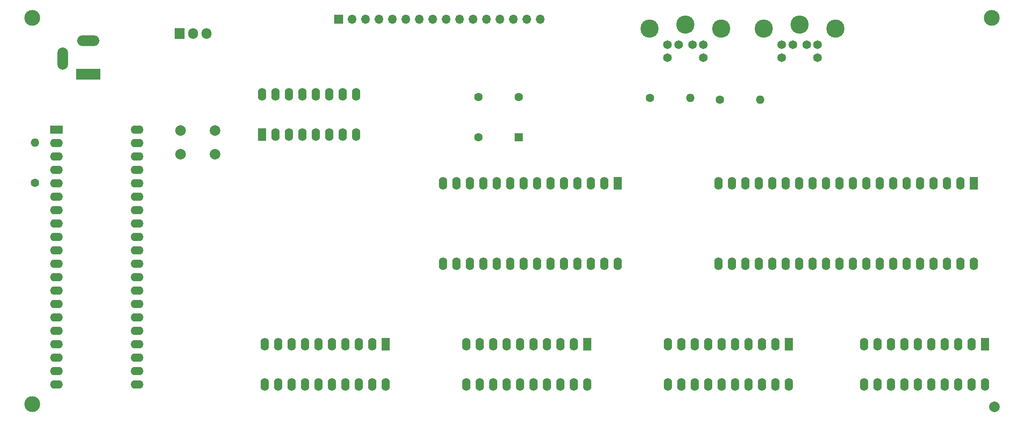
<source format=gbr>
%TF.GenerationSoftware,KiCad,Pcbnew,(6.0.5)*%
%TF.CreationDate,2022-09-15T01:10:35+02:00*%
%TF.ProjectId,65816 computer,36353831-3620-4636-9f6d-70757465722e,rev?*%
%TF.SameCoordinates,Original*%
%TF.FileFunction,Soldermask,Bot*%
%TF.FilePolarity,Negative*%
%FSLAX46Y46*%
G04 Gerber Fmt 4.6, Leading zero omitted, Abs format (unit mm)*
G04 Created by KiCad (PCBNEW (6.0.5)) date 2022-09-15 01:10:35*
%MOMM*%
%LPD*%
G01*
G04 APERTURE LIST*
%ADD10R,1.600000X2.400000*%
%ADD11O,1.600000X2.400000*%
%ADD12R,4.600000X2.000000*%
%ADD13O,4.200000X2.000000*%
%ADD14O,2.000000X4.200000*%
%ADD15C,2.000000*%
%ADD16C,3.000000*%
%ADD17C,1.600000*%
%ADD18O,1.600000X1.600000*%
%ADD19R,2.400000X1.600000*%
%ADD20O,2.400000X1.600000*%
%ADD21R,1.600000X1.600000*%
%ADD22C,1.650000*%
%ADD23C,3.450000*%
%ADD24R,1.700000X1.700000*%
%ADD25O,1.700000X1.700000*%
%ADD26R,1.905000X2.000000*%
%ADD27O,1.905000X2.000000*%
G04 APERTURE END LIST*
D10*
%TO.C,U10*%
X71882000Y-67564000D03*
D11*
X74422000Y-67564000D03*
X76962000Y-67564000D03*
X79502000Y-67564000D03*
X82042000Y-67564000D03*
X84582000Y-67564000D03*
X87122000Y-67564000D03*
X89662000Y-67564000D03*
X89662000Y-59944000D03*
X87122000Y-59944000D03*
X84582000Y-59944000D03*
X82042000Y-59944000D03*
X79502000Y-59944000D03*
X76962000Y-59944000D03*
X74422000Y-59944000D03*
X71882000Y-59944000D03*
%TD*%
D12*
%TO.C,J1*%
X39004000Y-56134000D03*
D13*
X39004000Y-49834000D03*
D14*
X34204000Y-53234000D03*
%TD*%
D15*
%TO.C,SW1*%
X56440000Y-66838000D03*
X62940000Y-66838000D03*
X56440000Y-71338000D03*
X62940000Y-71338000D03*
%TD*%
D10*
%TO.C,U4*%
X133345000Y-107325000D03*
D11*
X130805000Y-107325000D03*
X128265000Y-107325000D03*
X125725000Y-107325000D03*
X123185000Y-107325000D03*
X120645000Y-107325000D03*
X118105000Y-107325000D03*
X115565000Y-107325000D03*
X113025000Y-107325000D03*
X110485000Y-107325000D03*
X110485000Y-114945000D03*
X113025000Y-114945000D03*
X115565000Y-114945000D03*
X118105000Y-114945000D03*
X120645000Y-114945000D03*
X123185000Y-114945000D03*
X125725000Y-114945000D03*
X128265000Y-114945000D03*
X130805000Y-114945000D03*
X133345000Y-114945000D03*
%TD*%
D16*
%TO.C,REF\u002A\u002A*%
X209804000Y-45466000D03*
X209804000Y-45466000D03*
%TD*%
D17*
%TO.C,R2*%
X158422559Y-60960000D03*
D18*
X166042559Y-60960000D03*
%TD*%
D10*
%TO.C,U8*%
X95245000Y-107325000D03*
D11*
X92705000Y-107325000D03*
X90165000Y-107325000D03*
X87625000Y-107325000D03*
X85085000Y-107325000D03*
X82545000Y-107325000D03*
X80005000Y-107325000D03*
X77465000Y-107325000D03*
X74925000Y-107325000D03*
X72385000Y-107325000D03*
X72385000Y-114945000D03*
X74925000Y-114945000D03*
X77465000Y-114945000D03*
X80005000Y-114945000D03*
X82545000Y-114945000D03*
X85085000Y-114945000D03*
X87625000Y-114945000D03*
X90165000Y-114945000D03*
X92705000Y-114945000D03*
X95245000Y-114945000D03*
%TD*%
D10*
%TO.C,U12*%
X208502480Y-107325000D03*
D11*
X205962480Y-107325000D03*
X203422480Y-107325000D03*
X200882480Y-107325000D03*
X198342480Y-107325000D03*
X195802480Y-107325000D03*
X193262480Y-107325000D03*
X190722480Y-107325000D03*
X188182480Y-107325000D03*
X185642480Y-107325000D03*
X185642480Y-114945000D03*
X188182480Y-114945000D03*
X190722480Y-114945000D03*
X193262480Y-114945000D03*
X195802480Y-114945000D03*
X198342480Y-114945000D03*
X200882480Y-114945000D03*
X203422480Y-114945000D03*
X205962480Y-114945000D03*
X208502480Y-114945000D03*
%TD*%
D19*
%TO.C,U6*%
X33015000Y-66680000D03*
D20*
X33015000Y-69220000D03*
X33015000Y-71760000D03*
X33015000Y-74300000D03*
X33015000Y-76840000D03*
X33015000Y-79380000D03*
X33015000Y-81920000D03*
X33015000Y-84460000D03*
X33015000Y-87000000D03*
X33015000Y-89540000D03*
X33015000Y-92080000D03*
X33015000Y-94620000D03*
X33015000Y-97160000D03*
X33015000Y-99700000D03*
X33015000Y-102240000D03*
X33015000Y-104780000D03*
X33015000Y-107320000D03*
X33015000Y-109860000D03*
X33015000Y-112400000D03*
X33015000Y-114940000D03*
X48255000Y-114940000D03*
X48255000Y-112400000D03*
X48255000Y-109860000D03*
X48255000Y-107320000D03*
X48255000Y-104780000D03*
X48255000Y-102240000D03*
X48255000Y-99700000D03*
X48255000Y-97160000D03*
X48255000Y-94620000D03*
X48255000Y-92080000D03*
X48255000Y-89540000D03*
X48255000Y-87000000D03*
X48255000Y-84460000D03*
X48255000Y-81920000D03*
X48255000Y-79380000D03*
X48255000Y-76840000D03*
X48255000Y-74300000D03*
X48255000Y-71760000D03*
X48255000Y-69220000D03*
X48255000Y-66680000D03*
%TD*%
D16*
%TO.C,REF\u002A\u002A*%
X28448000Y-45466000D03*
X28448000Y-45466000D03*
%TD*%
D10*
%TO.C,U7*%
X206370000Y-76830000D03*
D11*
X203830000Y-76830000D03*
X201290000Y-76830000D03*
X198750000Y-76830000D03*
X196210000Y-76830000D03*
X193670000Y-76830000D03*
X191130000Y-76830000D03*
X188590000Y-76830000D03*
X186050000Y-76830000D03*
X183510000Y-76830000D03*
X180970000Y-76830000D03*
X178430000Y-76830000D03*
X175890000Y-76830000D03*
X173350000Y-76830000D03*
X170810000Y-76830000D03*
X168270000Y-76830000D03*
X165730000Y-76830000D03*
X163190000Y-76830000D03*
X160650000Y-76830000D03*
X158110000Y-76830000D03*
X158110000Y-92070000D03*
X160650000Y-92070000D03*
X163190000Y-92070000D03*
X165730000Y-92070000D03*
X168270000Y-92070000D03*
X170810000Y-92070000D03*
X173350000Y-92070000D03*
X175890000Y-92070000D03*
X178430000Y-92070000D03*
X180970000Y-92070000D03*
X183510000Y-92070000D03*
X186050000Y-92070000D03*
X188590000Y-92070000D03*
X191130000Y-92070000D03*
X193670000Y-92070000D03*
X196210000Y-92070000D03*
X198750000Y-92070000D03*
X201290000Y-92070000D03*
X203830000Y-92070000D03*
X206370000Y-92070000D03*
%TD*%
D21*
%TO.C,X1*%
X120396000Y-68072000D03*
D17*
X120396000Y-60452000D03*
X112776000Y-60452000D03*
X112776000Y-68072000D03*
%TD*%
D22*
%TO.C,J2*%
X172182000Y-50564000D03*
X174782000Y-50564000D03*
X170082000Y-50564000D03*
X176882000Y-50564000D03*
X170082000Y-53064000D03*
X176882000Y-53064000D03*
D23*
X166732000Y-47564000D03*
X173482000Y-46764000D03*
X180232000Y-47564000D03*
%TD*%
D24*
%TO.C,J5*%
X86360000Y-45720000D03*
D25*
X88900000Y-45720000D03*
X91440000Y-45720000D03*
X93980000Y-45720000D03*
X96520000Y-45720000D03*
X99060000Y-45720000D03*
X101600000Y-45720000D03*
X104140000Y-45720000D03*
X106680000Y-45720000D03*
X109220000Y-45720000D03*
X111760000Y-45720000D03*
X114300000Y-45720000D03*
X116840000Y-45720000D03*
X119380000Y-45720000D03*
X121920000Y-45720000D03*
X124460000Y-45720000D03*
%TD*%
D10*
%TO.C,U11*%
X139065000Y-76835000D03*
D11*
X136525000Y-76835000D03*
X133985000Y-76835000D03*
X131445000Y-76835000D03*
X128905000Y-76835000D03*
X126365000Y-76835000D03*
X123825000Y-76835000D03*
X121285000Y-76835000D03*
X118745000Y-76835000D03*
X116205000Y-76835000D03*
X113665000Y-76835000D03*
X111125000Y-76835000D03*
X108585000Y-76835000D03*
X106045000Y-76835000D03*
X106045000Y-92075000D03*
X108585000Y-92075000D03*
X111125000Y-92075000D03*
X113665000Y-92075000D03*
X116205000Y-92075000D03*
X118745000Y-92075000D03*
X121285000Y-92075000D03*
X123825000Y-92075000D03*
X126365000Y-92075000D03*
X128905000Y-92075000D03*
X131445000Y-92075000D03*
X133985000Y-92075000D03*
X136525000Y-92075000D03*
X139065000Y-92075000D03*
%TD*%
D16*
%TO.C,REF\u002A\u002A*%
X28448000Y-118618000D03*
X28448000Y-118618000D03*
%TD*%
D10*
%TO.C,U13*%
X171445000Y-107325000D03*
D11*
X168905000Y-107325000D03*
X166365000Y-107325000D03*
X163825000Y-107325000D03*
X161285000Y-107325000D03*
X158745000Y-107325000D03*
X156205000Y-107325000D03*
X153665000Y-107325000D03*
X151125000Y-107325000D03*
X148585000Y-107325000D03*
X148585000Y-114945000D03*
X151125000Y-114945000D03*
X153665000Y-114945000D03*
X156205000Y-114945000D03*
X158745000Y-114945000D03*
X161285000Y-114945000D03*
X163825000Y-114945000D03*
X166365000Y-114945000D03*
X168905000Y-114945000D03*
X171445000Y-114945000D03*
%TD*%
D15*
%TO.C,REF\u002A\u002A*%
X210312000Y-119126000D03*
%TD*%
D17*
%TO.C,R1*%
X145214559Y-60688978D03*
D18*
X152834559Y-60688978D03*
%TD*%
D22*
%TO.C,J3*%
X150592000Y-50564000D03*
X153192000Y-50564000D03*
X148492000Y-50564000D03*
X155292000Y-50564000D03*
X148492000Y-53064000D03*
X155292000Y-53064000D03*
D23*
X145142000Y-47564000D03*
X151892000Y-46764000D03*
X158642000Y-47564000D03*
%TD*%
D17*
%TO.C,R3*%
X28956000Y-76708000D03*
D18*
X28956000Y-69088000D03*
%TD*%
D26*
%TO.C,U1*%
X56314559Y-48443000D03*
D27*
X58854559Y-48443000D03*
X61394559Y-48443000D03*
%TD*%
M02*

</source>
